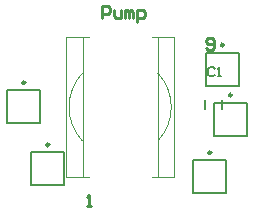
<source format=gto>
G04 Layer_Color=65535*
%FSLAX25Y25*%
%MOIN*%
G70*
G01*
G75*
%ADD27C,0.00394*%
%ADD28C,0.00984*%
%ADD29C,0.00787*%
%ADD30C,0.00606*%
%ADD31C,0.01000*%
D27*
X10927Y-7327D02*
G03*
X10927Y15292I-12063J11309D01*
G01*
X-14199D02*
G03*
X-14199Y-7327I12063J-11309D01*
G01*
X-19636Y27232D02*
X-14136D01*
X-19636Y-19268D02*
X-14136D01*
X-19636Y3982D02*
Y27232D01*
Y-19268D02*
Y3982D01*
X10864Y-19268D02*
X16364D01*
X10864Y27232D02*
X16364D01*
Y3982D02*
Y27232D01*
Y-19268D02*
Y3982D01*
X-14136Y-19268D02*
Y27232D01*
X10864Y-19268D02*
Y27232D01*
X-14136D02*
X-12136D01*
X8864D02*
X10864D01*
X8864Y-19268D02*
X10864D01*
X-14136D02*
X-12136D01*
D28*
X-33268Y12106D02*
G03*
X-33268Y12106I-492J0D01*
G01*
X28740Y-11220D02*
G03*
X28740Y-11220I-492J0D01*
G01*
X32874Y24705D02*
G03*
X32874Y24705I-492J0D01*
G01*
X-25295Y-8563D02*
G03*
X-25295Y-8563I-492J0D01*
G01*
X35630Y7972D02*
G03*
X35630Y7972I-492J0D01*
G01*
D29*
X-39272Y-1476D02*
Y9547D01*
X-39272Y-1476D02*
X-28248D01*
Y9547D01*
X-39272Y9547D02*
X-28248D01*
X26575Y3347D02*
Y6496D01*
X32480Y3347D02*
Y6496D01*
X22736Y-24803D02*
Y-13780D01*
X22736Y-24803D02*
X33760D01*
Y-13780D01*
X22736Y-13780D02*
X33760D01*
X26870Y11122D02*
Y22146D01*
X26870Y11122D02*
X37894D01*
Y22146D01*
X26870Y22146D02*
X37894D01*
X-31299Y-11122D02*
X-20276D01*
X-20276Y-22146D02*
Y-11122D01*
X-31299Y-22146D02*
X-20276D01*
X-31299Y-22146D02*
Y-11122D01*
X29626Y5413D02*
X40650D01*
X40650Y-5610D02*
Y5413D01*
X29626Y-5610D02*
X40650D01*
X29626Y-5610D02*
Y5413D01*
D30*
X29855Y16797D02*
X29330Y17322D01*
X28281D01*
X27756Y16797D01*
Y14698D01*
X28281Y14173D01*
X29330D01*
X29855Y14698D01*
X30904Y14173D02*
X31954D01*
X31429D01*
Y17322D01*
X30904Y16797D01*
D31*
X-7776Y33661D02*
Y37597D01*
X-5808D01*
X-5152Y36941D01*
Y35629D01*
X-5808Y34973D01*
X-7776D01*
X-3840Y36285D02*
Y34317D01*
X-3184Y33661D01*
X-1216D01*
Y36285D01*
X96Y33661D02*
Y36285D01*
X752D01*
X1408Y35629D01*
Y33661D01*
Y35629D01*
X2064Y36285D01*
X2720Y35629D01*
Y33661D01*
X4032Y32350D02*
Y36285D01*
X5999D01*
X6656Y35629D01*
Y34317D01*
X5999Y33661D01*
X4032D01*
X26870Y23786D02*
X27526Y23130D01*
X28838D01*
X29494Y23786D01*
Y26410D01*
X28838Y27066D01*
X27526D01*
X26870Y26410D01*
Y25754D01*
X27526Y25098D01*
X29494D01*
X-12598Y-29134D02*
X-11287D01*
X-11942D01*
Y-25198D01*
X-12598Y-25854D01*
M02*

</source>
